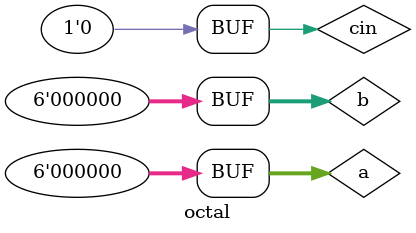
<source format=v>
`timescale 1ns / 1ps


module octal;

	// Inputs
	reg [5:0] a;
	reg [5:0] b;
	reg cin;

	// Outputs
	wire [5:0] d;

	// Instantiate the Unit Under Test (UUT)
	octal_sub uut (
		.a(a), 
		.b(b), 
		.cin(cin), 
		.d(d)
	);

	initial begin
		// Initialize Inputs
		a = 0;
		b = 0;
		cin = 0;

		// Wait 100 ns for global reset to finish
		#100;
        
		// Add stimulus here

	end
      
endmodule


</source>
